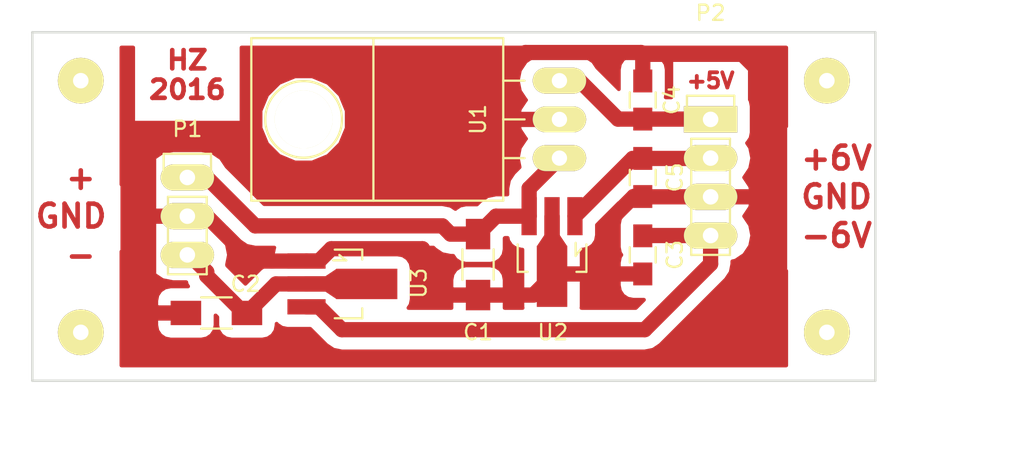
<source format=kicad_pcb>
(kicad_pcb (version 20160815) (host pcbnew "(2016-10-07 revision f14dc8f)-master")

  (general
    (links 24)
    (no_connects 0)
    (area 108.2125 47.8675 179.450001 80.215001)
    (thickness 1.6)
    (drawings 14)
    (tracks 78)
    (zones 0)
    (modules 14)
    (nets 7)
  )

  (page A4)
  (layers
    (0 F.Cu signal)
    (31 B.Cu signal)
    (32 B.Adhes user)
    (33 F.Adhes user)
    (34 B.Paste user)
    (35 F.Paste user)
    (36 B.SilkS user)
    (37 F.SilkS user)
    (38 B.Mask user)
    (39 F.Mask user hide)
    (40 Dwgs.User user)
    (41 Cmts.User user)
    (42 Eco1.User user)
    (43 Eco2.User user)
    (44 Edge.Cuts user)
    (45 Margin user)
    (46 B.CrtYd user)
    (47 F.CrtYd user)
    (48 B.Fab user)
    (49 F.Fab user)
  )

  (setup
    (last_trace_width 1)
    (trace_clearance 0.25)
    (zone_clearance 0.8)
    (zone_45_only no)
    (trace_min 0.2)
    (segment_width 0.2)
    (edge_width 0.15)
    (via_size 0.8)
    (via_drill 0.4)
    (via_min_size 0.4)
    (via_min_drill 0.3)
    (uvia_size 0.3)
    (uvia_drill 0.1)
    (uvias_allowed no)
    (uvia_min_size 0.2)
    (uvia_min_drill 0.1)
    (pcb_text_width 0.3)
    (pcb_text_size 1.5 1.5)
    (mod_edge_width 0.15)
    (mod_text_size 1 1)
    (mod_text_width 0.15)
    (pad_size 3 3)
    (pad_drill 1.016)
    (pad_to_mask_clearance 0.2)
    (aux_axis_origin 0 0)
    (visible_elements FFFFFF7F)
    (pcbplotparams
      (layerselection 0x00000_7fffffff)
      (usegerberextensions false)
      (excludeedgelayer true)
      (linewidth 0.100000)
      (plotframeref false)
      (viasonmask false)
      (mode 1)
      (useauxorigin false)
      (hpglpennumber 1)
      (hpglpenspeed 20)
      (hpglpendiameter 15)
      (psnegative true)
      (psa4output false)
      (plotreference true)
      (plotvalue true)
      (plotinvisibletext false)
      (padsonsilk false)
      (subtractmaskfromsilk false)
      (outputformat 4)
      (mirror true)
      (drillshape 1)
      (scaleselection 1)
      (outputdirectory ""))
  )

  (net 0 "")
  (net 1 GND)
  (net 2 /-6V)
  (net 3 /+5V)
  (net 4 /+6V)
  (net 5 /+15V)
  (net 6 /-15V)

  (net_class Default "This is the default net class."
    (clearance 0.25)
    (trace_width 1)
    (via_dia 0.8)
    (via_drill 0.4)
    (uvia_dia 0.3)
    (uvia_drill 0.1)
    (diff_pair_gap 0.25)
    (diff_pair_width 0.2)
    (add_net /+15V)
    (add_net /+5V)
    (add_net /+6V)
    (add_net /-15V)
    (add_net /-6V)
    (add_net GND)
  )

  (module Pin_Headers:Pin_Header_Straight_1x01 locked (layer F.Cu) (tedit 58195AF0) (tstamp 581BDCE9)
    (at 162.56 70.485)
    (descr "Through hole pin header")
    (tags "pin header")
    (fp_text reference R (at 0 -5.1) (layer F.SilkS) hide
      (effects (font (size 1 1) (thickness 0.15)))
    )
    (fp_text value D (at 0 -3.1) (layer F.Fab) hide
      (effects (font (size 1 1) (thickness 0.15)))
    )
    (pad 1 thru_hole circle (at 0 0) (size 3 3) (drill 1.016) (layers *.Cu *.Mask F.SilkS))
    (model Pin_Headers.3dshapes/Pin_Header_Straight_1x01.wrl
      (at (xyz 0 0 0))
      (scale (xyz 1 1 1))
      (rotate (xyz 0 0 90))
    )
  )

  (module Pin_Headers:Pin_Header_Straight_1x01 locked (layer F.Cu) (tedit 58195AE6) (tstamp 581BDCE1)
    (at 162.56 53.975)
    (descr "Through hole pin header")
    (tags "pin header")
    (fp_text reference R (at 0 -5.1) (layer F.SilkS) hide
      (effects (font (size 1 1) (thickness 0.15)))
    )
    (fp_text value D (at 0 -3.1) (layer F.Fab) hide
      (effects (font (size 1 1) (thickness 0.15)))
    )
    (pad 1 thru_hole circle (at 0 0) (size 3 3) (drill 1.016) (layers *.Cu *.Mask F.SilkS))
    (model Pin_Headers.3dshapes/Pin_Header_Straight_1x01.wrl
      (at (xyz 0 0 0))
      (scale (xyz 1 1 1))
      (rotate (xyz 0 0 90))
    )
  )

  (module Pin_Headers:Pin_Header_Straight_1x01 locked (layer F.Cu) (tedit 58195AD1) (tstamp 581BDCD8)
    (at 113.665 70.485)
    (descr "Through hole pin header")
    (tags "pin header")
    (fp_text reference R (at 0 -5.1) (layer F.SilkS) hide
      (effects (font (size 1 1) (thickness 0.15)))
    )
    (fp_text value D (at 0 -3.1) (layer F.Fab) hide
      (effects (font (size 1 1) (thickness 0.15)))
    )
    (pad 1 thru_hole circle (at 0 0) (size 3 3) (drill 1.016) (layers *.Cu *.Mask F.SilkS))
    (model Pin_Headers.3dshapes/Pin_Header_Straight_1x01.wrl
      (at (xyz 0 0 0))
      (scale (xyz 1 1 1))
      (rotate (xyz 0 0 90))
    )
  )

  (module Pin_Headers:Pin_Header_Straight_1x01 locked (layer F.Cu) (tedit 58195ADA) (tstamp 581BDC31)
    (at 113.665 53.975)
    (descr "Through hole pin header")
    (tags "pin header")
    (fp_text reference R (at 0 -5.1) (layer F.SilkS) hide
      (effects (font (size 1 1) (thickness 0.15)))
    )
    (fp_text value D (at 0 -3.1) (layer F.Fab) hide
      (effects (font (size 1 1) (thickness 0.15)))
    )
    (pad 1 thru_hole circle (at 0 0) (size 3 3) (drill 1.016) (layers *.Cu *.Mask F.SilkS))
    (model Pin_Headers.3dshapes/Pin_Header_Straight_1x01.wrl
      (at (xyz 0 0 0))
      (scale (xyz 1 1 1))
      (rotate (xyz 0 0 90))
    )
  )

  (module Capacitors_SMD:C_1206_HandSoldering (layer F.Cu) (tedit 5819579A) (tstamp 5819C585)
    (at 139.7 66.04 270)
    (descr "Capacitor SMD 1206, hand soldering")
    (tags "capacitor 1206")
    (path /58182486)
    (attr smd)
    (fp_text reference C1 (at 4.445 0) (layer F.SilkS)
      (effects (font (size 1 1) (thickness 0.15)))
    )
    (fp_text value 10u (at 0 2.3 270) (layer F.Fab)
      (effects (font (size 1 1) (thickness 0.15)))
    )
    (fp_line (start -3.3 -1.15) (end 3.3 -1.15) (layer F.CrtYd) (width 0.05))
    (fp_line (start -3.3 1.15) (end 3.3 1.15) (layer F.CrtYd) (width 0.05))
    (fp_line (start -3.3 -1.15) (end -3.3 1.15) (layer F.CrtYd) (width 0.05))
    (fp_line (start 3.3 -1.15) (end 3.3 1.15) (layer F.CrtYd) (width 0.05))
    (fp_line (start 1 -1.025) (end -1 -1.025) (layer F.SilkS) (width 0.15))
    (fp_line (start -1 1.025) (end 1 1.025) (layer F.SilkS) (width 0.15))
    (pad 2 smd rect (at 2 0 270) (size 2 1.6) (layers F.Cu F.Paste F.Mask)
      (net 1 GND))
    (pad 1 smd rect (at -2 0 270) (size 2 1.6) (layers F.Cu F.Paste F.Mask)
      (net 5 /+15V))
    (model Capacitors_SMD.3dshapes/C_1206_HandSoldering.wrl
      (at (xyz 0 0 0))
      (scale (xyz 1 1 1))
      (rotate (xyz 0 0 0))
    )
  )

  (module Capacitors_SMD:C_1206_HandSoldering (layer F.Cu) (tedit 5819579A) (tstamp 5819C591)
    (at 122.555 69.215 180)
    (descr "Capacitor SMD 1206, hand soldering")
    (tags "capacitor 1206")
    (path /581825EB)
    (attr smd)
    (fp_text reference C2 (at -1.905 1.905 180) (layer F.SilkS)
      (effects (font (size 1 1) (thickness 0.15)))
    )
    (fp_text value 10u (at 0 2.3 180) (layer F.Fab)
      (effects (font (size 1 1) (thickness 0.15)))
    )
    (fp_line (start -1 1.025) (end 1 1.025) (layer F.SilkS) (width 0.15))
    (fp_line (start 1 -1.025) (end -1 -1.025) (layer F.SilkS) (width 0.15))
    (fp_line (start 3.3 -1.15) (end 3.3 1.15) (layer F.CrtYd) (width 0.05))
    (fp_line (start -3.3 -1.15) (end -3.3 1.15) (layer F.CrtYd) (width 0.05))
    (fp_line (start -3.3 1.15) (end 3.3 1.15) (layer F.CrtYd) (width 0.05))
    (fp_line (start -3.3 -1.15) (end 3.3 -1.15) (layer F.CrtYd) (width 0.05))
    (pad 1 smd rect (at -2 0 180) (size 2 1.6) (layers F.Cu F.Paste F.Mask)
      (net 6 /-15V))
    (pad 2 smd rect (at 2 0 180) (size 2 1.6) (layers F.Cu F.Paste F.Mask)
      (net 1 GND))
    (model Capacitors_SMD.3dshapes/C_1206_HandSoldering.wrl
      (at (xyz 0 0 0))
      (scale (xyz 1 1 1))
      (rotate (xyz 0 0 0))
    )
  )

  (module Capacitors_SMD:C_0805_HandSoldering (layer F.Cu) (tedit 5819579A) (tstamp 5819C59D)
    (at 150.495 65.405 270)
    (descr "Capacitor SMD 0805, hand soldering")
    (tags "capacitor 0805")
    (path /58182A0E)
    (attr smd)
    (fp_text reference C3 (at 0 -2.1 270) (layer F.SilkS)
      (effects (font (size 1 1) (thickness 0.15)))
    )
    (fp_text value 100n (at 0 2.1 270) (layer F.Fab)
      (effects (font (size 1 1) (thickness 0.15)))
    )
    (fp_line (start -2.3 -1) (end 2.3 -1) (layer F.CrtYd) (width 0.05))
    (fp_line (start -2.3 1) (end 2.3 1) (layer F.CrtYd) (width 0.05))
    (fp_line (start -2.3 -1) (end -2.3 1) (layer F.CrtYd) (width 0.05))
    (fp_line (start 2.3 -1) (end 2.3 1) (layer F.CrtYd) (width 0.05))
    (fp_line (start 0.5 -0.85) (end -0.5 -0.85) (layer F.SilkS) (width 0.15))
    (fp_line (start -0.5 0.85) (end 0.5 0.85) (layer F.SilkS) (width 0.15))
    (pad 2 smd rect (at 1.25 0 270) (size 1.5 1.25) (layers F.Cu F.Paste F.Mask)
      (net 1 GND))
    (pad 1 smd rect (at -1.25 0 270) (size 1.5 1.25) (layers F.Cu F.Paste F.Mask)
      (net 2 /-6V))
    (model Capacitors_SMD.3dshapes/C_0805_HandSoldering.wrl
      (at (xyz 0 0 0))
      (scale (xyz 1 1 1))
      (rotate (xyz 0 0 0))
    )
  )

  (module Capacitors_SMD:C_0805_HandSoldering (layer F.Cu) (tedit 5819579A) (tstamp 5819C5A9)
    (at 150.495 55.245 90)
    (descr "Capacitor SMD 0805, hand soldering")
    (tags "capacitor 0805")
    (path /5818283B)
    (attr smd)
    (fp_text reference C4 (at 0 1.905 90) (layer F.SilkS)
      (effects (font (size 1 1) (thickness 0.15)))
    )
    (fp_text value 100n (at 0 -1.905 90) (layer F.Fab)
      (effects (font (size 1 1) (thickness 0.15)))
    )
    (fp_line (start -2.3 -1) (end 2.3 -1) (layer F.CrtYd) (width 0.05))
    (fp_line (start -2.3 1) (end 2.3 1) (layer F.CrtYd) (width 0.05))
    (fp_line (start -2.3 -1) (end -2.3 1) (layer F.CrtYd) (width 0.05))
    (fp_line (start 2.3 -1) (end 2.3 1) (layer F.CrtYd) (width 0.05))
    (fp_line (start 0.5 -0.85) (end -0.5 -0.85) (layer F.SilkS) (width 0.15))
    (fp_line (start -0.5 0.85) (end 0.5 0.85) (layer F.SilkS) (width 0.15))
    (pad 2 smd rect (at 1.25 0 90) (size 1.5 1.25) (layers F.Cu F.Paste F.Mask)
      (net 1 GND))
    (pad 1 smd rect (at -1.25 0 90) (size 1.5 1.25) (layers F.Cu F.Paste F.Mask)
      (net 3 /+5V))
    (model Capacitors_SMD.3dshapes/C_0805_HandSoldering.wrl
      (at (xyz 0 0 0))
      (scale (xyz 1 1 1))
      (rotate (xyz 0 0 0))
    )
  )

  (module Capacitors_SMD:C_0805_HandSoldering (layer F.Cu) (tedit 5819579A) (tstamp 5819C5B5)
    (at 150.495 60.325 270)
    (descr "Capacitor SMD 0805, hand soldering")
    (tags "capacitor 0805")
    (path /581829A1)
    (attr smd)
    (fp_text reference C5 (at 0 -2.1 270) (layer F.SilkS)
      (effects (font (size 1 1) (thickness 0.15)))
    )
    (fp_text value 100n (at 0 2.1 270) (layer F.Fab)
      (effects (font (size 1 1) (thickness 0.15)))
    )
    (fp_line (start -0.5 0.85) (end 0.5 0.85) (layer F.SilkS) (width 0.15))
    (fp_line (start 0.5 -0.85) (end -0.5 -0.85) (layer F.SilkS) (width 0.15))
    (fp_line (start 2.3 -1) (end 2.3 1) (layer F.CrtYd) (width 0.05))
    (fp_line (start -2.3 -1) (end -2.3 1) (layer F.CrtYd) (width 0.05))
    (fp_line (start -2.3 1) (end 2.3 1) (layer F.CrtYd) (width 0.05))
    (fp_line (start -2.3 -1) (end 2.3 -1) (layer F.CrtYd) (width 0.05))
    (pad 1 smd rect (at -1.25 0 270) (size 1.5 1.25) (layers F.Cu F.Paste F.Mask)
      (net 4 /+6V))
    (pad 2 smd rect (at 1.25 0 270) (size 1.5 1.25) (layers F.Cu F.Paste F.Mask)
      (net 1 GND))
    (model Capacitors_SMD.3dshapes/C_0805_HandSoldering.wrl
      (at (xyz 0 0 0))
      (scale (xyz 1 1 1))
      (rotate (xyz 0 0 0))
    )
  )

  (module Pin_Headers:Pin_Header_Straight_1x03 (layer F.Cu) (tedit 5819579A) (tstamp 5819C5C7)
    (at 120.65 60.325)
    (descr "Through hole pin header")
    (tags "pin header")
    (path /58181C96)
    (fp_text reference P1 (at 0 -3.175) (layer F.SilkS)
      (effects (font (size 1 1) (thickness 0.15)))
    )
    (fp_text value CONN_01X03 (at -11.43 0.635 90) (layer F.Fab)
      (effects (font (size 1 1) (thickness 0.15)))
    )
    (fp_line (start -1.75 -1.75) (end -1.75 6.85) (layer F.CrtYd) (width 0.05))
    (fp_line (start 1.75 -1.75) (end 1.75 6.85) (layer F.CrtYd) (width 0.05))
    (fp_line (start -1.75 -1.75) (end 1.75 -1.75) (layer F.CrtYd) (width 0.05))
    (fp_line (start -1.75 6.85) (end 1.75 6.85) (layer F.CrtYd) (width 0.05))
    (fp_line (start -1.27 1.27) (end -1.27 6.35) (layer F.SilkS) (width 0.15))
    (fp_line (start -1.27 6.35) (end 1.27 6.35) (layer F.SilkS) (width 0.15))
    (fp_line (start 1.27 6.35) (end 1.27 1.27) (layer F.SilkS) (width 0.15))
    (fp_line (start 1.55 -1.55) (end 1.55 0) (layer F.SilkS) (width 0.15))
    (fp_line (start 1.27 1.27) (end -1.27 1.27) (layer F.SilkS) (width 0.15))
    (fp_line (start -1.55 0) (end -1.55 -1.55) (layer F.SilkS) (width 0.15))
    (fp_line (start -1.55 -1.55) (end 1.55 -1.55) (layer F.SilkS) (width 0.15))
    (pad 3 thru_hole oval (at 0 5.08) (size 3.5 1.7272) (drill 1.016) (layers *.Cu *.Mask F.SilkS)
      (net 6 /-15V))
    (pad 2 thru_hole oval (at 0 2.54) (size 3.5 1.7272) (drill 1.016) (layers *.Cu *.Mask F.SilkS)
      (net 1 GND))
    (pad 1 thru_hole oval (at 0 0) (size 3.5 1.7272) (drill 1.016) (layers *.Cu *.Mask F.SilkS)
      (net 5 /+15V))
    (model Pin_Headers.3dshapes/Pin_Header_Straight_1x03.wrl
      (at (xyz 0 -0.1 0))
      (scale (xyz 1 1 1))
      (rotate (xyz 0 0 90))
    )
  )

  (module Pin_Headers:Pin_Header_Straight_1x04 (layer F.Cu) (tedit 5819579A) (tstamp 5819C5DA)
    (at 154.94 56.515)
    (descr "Through hole pin header")
    (tags "pin header")
    (path /58181D0A)
    (fp_text reference P2 (at 0 -6.985) (layer F.SilkS)
      (effects (font (size 1 1) (thickness 0.15)))
    )
    (fp_text value CONN_01X04 (at 12.065 1.905 90) (layer F.Fab)
      (effects (font (size 1 1) (thickness 0.15)))
    )
    (fp_line (start -1.75 -1.75) (end -1.75 9.4) (layer F.CrtYd) (width 0.05))
    (fp_line (start 1.75 -1.75) (end 1.75 9.4) (layer F.CrtYd) (width 0.05))
    (fp_line (start -1.75 -1.75) (end 1.75 -1.75) (layer F.CrtYd) (width 0.05))
    (fp_line (start -1.75 9.4) (end 1.75 9.4) (layer F.CrtYd) (width 0.05))
    (fp_line (start -1.27 1.27) (end -1.27 8.89) (layer F.SilkS) (width 0.15))
    (fp_line (start 1.27 1.27) (end 1.27 8.89) (layer F.SilkS) (width 0.15))
    (fp_line (start 1.55 -1.55) (end 1.55 0) (layer F.SilkS) (width 0.15))
    (fp_line (start -1.27 8.89) (end 1.27 8.89) (layer F.SilkS) (width 0.15))
    (fp_line (start 1.27 1.27) (end -1.27 1.27) (layer F.SilkS) (width 0.15))
    (fp_line (start -1.55 0) (end -1.55 -1.55) (layer F.SilkS) (width 0.15))
    (fp_line (start -1.55 -1.55) (end 1.55 -1.55) (layer F.SilkS) (width 0.15))
    (pad 4 thru_hole oval (at 0 7.62) (size 3.5 1.7272) (drill 1.016) (layers *.Cu *.Mask F.SilkS)
      (net 2 /-6V))
    (pad 3 thru_hole oval (at 0 5.08) (size 3.5 1.7272) (drill 1.016) (layers *.Cu *.Mask F.SilkS)
      (net 1 GND))
    (pad 2 thru_hole oval (at 0 2.54) (size 3.5 1.7272) (drill 1.016) (layers *.Cu *.Mask F.SilkS)
      (net 4 /+6V))
    (pad 1 thru_hole rect (at 0 0) (size 3.5 1.7272) (drill 1.016) (layers *.Cu *.Mask F.SilkS)
      (net 3 /+5V))
    (model Pin_Headers.3dshapes/Pin_Header_Straight_1x04.wrl
      (at (xyz 0 -0.15 0))
      (scale (xyz 1 1 1))
      (rotate (xyz 0 0 90))
    )
  )

  (module TO_SOT_Packages_SMD:SOT89-3_Housing_Handsoldering (layer F.Cu) (tedit 5819579A) (tstamp 5819C60E)
    (at 130.81 67.31 270)
    (descr "SOT89-3, Housing, Handsoldering,")
    (tags "SOT89-3, Housing, Handsoldering,")
    (path /5818204B)
    (attr smd)
    (fp_text reference U3 (at -0.0508 -5.00126 270) (layer F.SilkS)
      (effects (font (size 1 1) (thickness 0.15)))
    )
    (fp_text value 79L06 (at 7.62 0.635) (layer F.Fab)
      (effects (font (size 1 1) (thickness 0.15)))
    )
    (fp_line (start -1.89992 0.20066) (end -1.651 -0.09906) (layer F.SilkS) (width 0.15))
    (fp_line (start -1.651 -0.09906) (end -1.5494 -0.24892) (layer F.SilkS) (width 0.15))
    (fp_line (start -1.5494 -0.24892) (end -1.5494 0.59944) (layer F.SilkS) (width 0.15))
    (fp_line (start -2.25044 -1.30048) (end -2.25044 0.50038) (layer F.SilkS) (width 0.15))
    (fp_line (start -2.25044 -1.30048) (end -1.6002 -1.30048) (layer F.SilkS) (width 0.15))
    (fp_line (start 2.25044 -1.30048) (end 2.25044 0.50038) (layer F.SilkS) (width 0.15))
    (fp_line (start 2.25044 -1.30048) (end 1.6002 -1.30048) (layer F.SilkS) (width 0.15))
    (pad 2 smd trapezoid (at 0 0.7493 90) (size 1.50114 0.7493) (rect_delta 0 0.50038 ) (layers F.Cu F.Paste F.Mask)
      (net 6 /-15V))
    (pad 2 smd rect (at 0 -1.6002 270) (size 1.99898 4.0005) (layers F.Cu F.Paste F.Mask)
      (net 6 /-15V))
    (pad 3 smd rect (at 1.50114 2.35204 270) (size 1.00076 2.5019) (layers F.Cu F.Paste F.Mask)
      (net 2 /-6V))
    (pad 2 smd rect (at 0 2.35204 270) (size 1.00076 2.5019) (layers F.Cu F.Paste F.Mask)
      (net 6 /-15V))
    (pad 1 smd rect (at -1.50114 2.35204 270) (size 1.00076 2.5019) (layers F.Cu F.Paste F.Mask)
      (net 1 GND))
    (model TO_SOT_Packages_SMD.3dshapes/SOT89-3_Housing_Handsoldering.wrl
      (at (xyz 0 0 0))
      (scale (xyz 0.3937 0.3937 0.3937))
      (rotate (xyz 0 0 0))
    )
  )

  (module TO_SOT_Packages_THT:TO-220_Neutral123_Horizontal_LargePads (layer F.Cu) (tedit 5819579A) (tstamp 581A2F6E)
    (at 145.034 56.515 90)
    (descr "TO-220, Neutral, Horizontal, Large Pads,")
    (tags "TO-220, Neutral, Horizontal, Large Pads,")
    (path /58182EC0)
    (fp_text reference U1 (at 0 -5.334 90) (layer F.SilkS)
      (effects (font (size 1 1) (thickness 0.15)))
    )
    (fp_text value 7805 (at 0 -7.239 90) (layer F.Fab)
      (effects (font (size 1 1) (thickness 0.15)))
    )
    (fp_line (start -2.54 -3.683) (end -2.54 -2.286) (layer F.SilkS) (width 0.15))
    (fp_line (start 0 -3.683) (end 0 -2.286) (layer F.SilkS) (width 0.15))
    (fp_line (start 2.54 -3.683) (end 2.54 -2.286) (layer F.SilkS) (width 0.15))
    (fp_circle (center 0 -16.764) (end 1.778 -14.986) (layer F.SilkS) (width 0.15))
    (fp_line (start 5.334 -12.192) (end 5.334 -20.193) (layer F.SilkS) (width 0.15))
    (fp_line (start 5.334 -20.193) (end -5.334 -20.193) (layer F.SilkS) (width 0.15))
    (fp_line (start -5.334 -20.193) (end -5.334 -12.192) (layer F.SilkS) (width 0.15))
    (fp_line (start 5.334 -3.683) (end 5.334 -12.192) (layer F.SilkS) (width 0.15))
    (fp_line (start 5.334 -12.192) (end -5.334 -12.192) (layer F.SilkS) (width 0.15))
    (fp_line (start -5.334 -12.192) (end -5.334 -3.683) (layer F.SilkS) (width 0.15))
    (fp_line (start 0 -3.683) (end -5.334 -3.683) (layer F.SilkS) (width 0.15))
    (fp_line (start 0 -3.683) (end 5.334 -3.683) (layer F.SilkS) (width 0.15))
    (pad "" np_thru_hole circle (at 0 -16.764 180) (size 3.79984 3.79984) (drill 3.79984) (layers *.Cu *.Mask F.SilkS))
    (pad 3 thru_hole oval (at 2.54 0 180) (size 3.50012 1.69926) (drill 1.00076) (layers *.Cu *.Mask F.SilkS)
      (net 3 /+5V))
    (pad 1 thru_hole oval (at -2.54 0 180) (size 3.50012 1.69926) (drill 1.00076) (layers *.Cu *.Mask F.SilkS)
      (net 5 /+15V))
    (pad 2 thru_hole oval (at 0 0 180) (size 3.50012 1.69926) (drill 1.00076) (layers *.Cu *.Mask F.SilkS)
      (net 1 GND))
    (model TO_SOT_Packages_THT.3dshapes/TO-220_Neutral123_Horizontal_LargePads.wrl
      (at (xyz 0 0 0))
      (scale (xyz 0.3937 0.3937 0.3937))
      (rotate (xyz 0 0 0))
    )
  )

  (module TO_SOT_Packages_SMD:SOT89-3_Housing_Handsoldering (layer F.Cu) (tedit 5819579A) (tstamp 581A2F81)
    (at 144.54886 65.21704 180)
    (descr "SOT89-3, Housing, Handsoldering,")
    (tags "SOT89-3, Housing, Handsoldering,")
    (path /58182120)
    (attr smd)
    (fp_text reference U2 (at -0.0508 -5.26796 180) (layer F.SilkS)
      (effects (font (size 1 1) (thickness 0.15)))
    )
    (fp_text value 78L06 (at -0.14986 -9.71296 180) (layer F.Fab)
      (effects (font (size 1 1) (thickness 0.15)))
    )
    (fp_line (start -1.89992 0.20066) (end -1.651 -0.09906) (layer F.SilkS) (width 0.15))
    (fp_line (start -1.651 -0.09906) (end -1.5494 -0.24892) (layer F.SilkS) (width 0.15))
    (fp_line (start -1.5494 -0.24892) (end -1.5494 0.59944) (layer F.SilkS) (width 0.15))
    (fp_line (start -2.25044 -1.30048) (end -2.25044 0.50038) (layer F.SilkS) (width 0.15))
    (fp_line (start -2.25044 -1.30048) (end -1.6002 -1.30048) (layer F.SilkS) (width 0.15))
    (fp_line (start 2.25044 -1.30048) (end 2.25044 0.50038) (layer F.SilkS) (width 0.15))
    (fp_line (start 2.25044 -1.30048) (end 1.6002 -1.30048) (layer F.SilkS) (width 0.15))
    (pad 2 smd trapezoid (at 0 0.7493) (size 1.50114 0.7493) (rect_delta 0 0.50038 ) (layers F.Cu F.Paste F.Mask)
      (net 1 GND))
    (pad 2 smd rect (at 0 -1.6002 180) (size 1.99898 4.0005) (layers F.Cu F.Paste F.Mask)
      (net 1 GND))
    (pad 3 smd rect (at 1.50114 2.35204 180) (size 1.00076 2.5019) (layers F.Cu F.Paste F.Mask)
      (net 5 /+15V))
    (pad 2 smd rect (at 0 2.35204 180) (size 1.00076 2.5019) (layers F.Cu F.Paste F.Mask)
      (net 1 GND))
    (pad 1 smd rect (at -1.50114 2.35204 180) (size 1.00076 2.5019) (layers F.Cu F.Paste F.Mask)
      (net 4 /+6V))
    (model TO_SOT_Packages_SMD.3dshapes/SOT89-3_Housing_Handsoldering.wrl
      (at (xyz 0 0 0))
      (scale (xyz 0.3937 0.3937 0.3937))
      (rotate (xyz 0 0 0))
    )
  )

  (gr_text - (at 113.665 65.405) (layer F.Cu) (tstamp 581BDDB0)
    (effects (font (size 1.5 1.5) (thickness 0.3)))
  )
  (gr_text + (at 113.665 60.325) (layer F.Cu) (tstamp 581BDDAF)
    (effects (font (size 1.5 1.5) (thickness 0.3)))
  )
  (gr_text GND (at 113.03 62.865) (layer F.Cu) (tstamp 581BDDAE)
    (effects (font (size 1.5 1.5) (thickness 0.3)))
  )
  (gr_text -6V (at 163.195 64.135) (layer F.Cu) (tstamp 581BDDA1)
    (effects (font (size 1.5 1.5) (thickness 0.3)))
  )
  (gr_text GND (at 163.195 61.595) (layer F.Cu) (tstamp 581BDDA0)
    (effects (font (size 1.5 1.5) (thickness 0.3)))
  )
  (gr_text +6V (at 163.195 59.055) (layer F.Cu) (tstamp 581BDD9F)
    (effects (font (size 1.5 1.5) (thickness 0.3)))
  )
  (gr_text +5V (at 154.94 53.975) (layer F.Cu)
    (effects (font (size 1 1) (thickness 0.25)))
  )
  (gr_text "HZ\n2016" (at 120.65 53.594) (layer F.Cu)
    (effects (font (size 1.2 1.3) (thickness 0.3)))
  )
  (dimension 55.245 (width 0.3) (layer Dwgs.User)
    (gr_text "55.245 mm" (at 138.1125 78.82) (layer Dwgs.User) (tstamp 581B6FE1)
      (effects (font (size 1.5 1.5) (thickness 0.3)))
    )
    (feature1 (pts (xy 165.735 74.93) (xy 165.735 80.17)))
    (feature2 (pts (xy 110.49 74.93) (xy 110.49 80.17)))
    (crossbar (pts (xy 110.49 77.47) (xy 165.735 77.47)))
    (arrow1a (pts (xy 165.735 77.47) (xy 164.608496 78.056421)))
    (arrow1b (pts (xy 165.735 77.47) (xy 164.608496 76.883579)))
    (arrow2a (pts (xy 110.49 77.47) (xy 111.616504 78.056421)))
    (arrow2b (pts (xy 110.49 77.47) (xy 111.616504 76.883579)))
  )
  (dimension 22.86 (width 0.3) (layer Dwgs.User)
    (gr_text "22.860 mm" (at 172.8 62.23 270) (layer Dwgs.User) (tstamp 581B6FE2)
      (effects (font (size 1.5 1.5) (thickness 0.3)))
    )
    (feature1 (pts (xy 168.91 73.66) (xy 174.15 73.66)))
    (feature2 (pts (xy 168.91 50.8) (xy 174.15 50.8)))
    (crossbar (pts (xy 171.45 50.8) (xy 171.45 73.66)))
    (arrow1a (pts (xy 171.45 73.66) (xy 170.863579 72.533496)))
    (arrow1b (pts (xy 171.45 73.66) (xy 172.036421 72.533496)))
    (arrow2a (pts (xy 171.45 50.8) (xy 170.863579 51.926504)))
    (arrow2b (pts (xy 171.45 50.8) (xy 172.036421 51.926504)))
  )
  (gr_line (start 110.49 73.66) (end 110.49 50.8) (layer Edge.Cuts) (width 0.15))
  (gr_line (start 165.735 73.66) (end 110.49 73.66) (layer Edge.Cuts) (width 0.15))
  (gr_line (start 165.735 50.8) (end 165.735 73.66) (layer Edge.Cuts) (width 0.15))
  (gr_line (start 110.49 50.8) (end 165.735 50.8) (layer Edge.Cuts) (width 0.15))

  (segment (start 154.94 61.595) (end 157.69 61.595) (width 1) (layer F.Cu) (net 1))
  (segment (start 157.69 61.595) (end 158.115 61.17) (width 1) (layer F.Cu) (net 1))
  (segment (start 158.115 61.17) (end 158.115 53.34) (width 1) (layer F.Cu) (net 1))
  (segment (start 157.02 52.245) (end 150.495 52.245) (width 1) (layer F.Cu) (net 1))
  (segment (start 158.115 53.34) (end 157.02 52.245) (width 1) (layer F.Cu) (net 1))
  (segment (start 118.11 57.785) (end 118.11 62.865) (width 1) (layer F.Cu) (net 1))
  (segment (start 118.11 62.865) (end 118.11 68.77) (width 1) (layer F.Cu) (net 1))
  (segment (start 120.65 62.865) (end 118.11 62.865) (width 1) (layer F.Cu) (net 1))
  (segment (start 138.43 56.515) (end 132.561884 56.515) (width 1) (layer F.Cu) (net 1))
  (segment (start 132.561884 56.515) (end 132.561884 59.843116) (width 1) (layer F.Cu) (net 1))
  (segment (start 132.561884 59.843116) (end 132.08 60.325) (width 1) (layer F.Cu) (net 1))
  (segment (start 132.08 60.325) (end 125.73 60.325) (width 1) (layer F.Cu) (net 1))
  (segment (start 118.11 68.77) (end 118.555 69.215) (width 1) (layer F.Cu) (net 1))
  (segment (start 125.73 60.325) (end 122.596399 57.191399) (width 1) (layer F.Cu) (net 1))
  (segment (start 122.596399 57.191399) (end 118.703601 57.191399) (width 1) (layer F.Cu) (net 1))
  (segment (start 118.703601 57.191399) (end 118.11 57.785) (width 1) (layer F.Cu) (net 1))
  (segment (start 118.555 69.215) (end 120.555 69.215) (width 1) (layer F.Cu) (net 1))
  (segment (start 121.92 62.865) (end 124.86386 65.80886) (width 1) (layer F.Cu) (net 1))
  (segment (start 124.86386 65.80886) (end 126.20701 65.80886) (width 1) (layer F.Cu) (net 1))
  (segment (start 120.65 62.865) (end 121.92 62.865) (width 1) (layer F.Cu) (net 1))
  (segment (start 144.54886 62.865) (end 144.54886 64.46774) (width 1) (layer F.Cu) (net 1))
  (segment (start 144.54886 62.865) (end 144.54886 66.81724) (width 1) (layer F.Cu) (net 1))
  (segment (start 150.495 66.655) (end 147.955 66.655) (width 1) (layer F.Cu) (net 1))
  (segment (start 147.955 66.655) (end 144.7111 66.655) (width 1) (layer F.Cu) (net 1))
  (segment (start 150.495 61.575) (end 149.899998 61.575) (width 1) (layer F.Cu) (net 1))
  (segment (start 149.899998 61.575) (end 147.955 63.519998) (width 1) (layer F.Cu) (net 1))
  (segment (start 147.955 63.519998) (end 147.955 66.655) (width 1) (layer F.Cu) (net 1))
  (segment (start 144.7111 66.655) (end 144.54886 66.81724) (width 1) (layer F.Cu) (net 1))
  (segment (start 139.7 68.04) (end 143.3261 68.04) (width 1) (layer F.Cu) (net 1))
  (segment (start 143.3261 68.04) (end 144.54886 66.81724) (width 1) (layer F.Cu) (net 1))
  (segment (start 136.05905 65.00001) (end 136.05905 66.19905) (width 1) (layer F.Cu) (net 1))
  (segment (start 136.05905 66.19905) (end 137.9 68.04) (width 1) (layer F.Cu) (net 1))
  (segment (start 137.9 68.04) (end 139.7 68.04) (width 1) (layer F.Cu) (net 1))
  (segment (start 145.034 56.515) (end 138.43 56.515) (width 1) (layer F.Cu) (net 1))
  (segment (start 150.37536 52.12536) (end 142.81964 52.12536) (width 1) (layer F.Cu) (net 1))
  (segment (start 150.495 53.995) (end 150.495 52.245) (width 1) (layer F.Cu) (net 1))
  (segment (start 150.495 52.245) (end 150.37536 52.12536) (width 1) (layer F.Cu) (net 1))
  (segment (start 142.81964 52.12536) (end 138.43 56.515) (width 1) (layer F.Cu) (net 1))
  (segment (start 128.45796 65.80886) (end 129.27258 65.80886) (width 1) (layer F.Cu) (net 1))
  (segment (start 129.27258 65.80886) (end 130.08143 65.00001) (width 1) (layer F.Cu) (net 1))
  (segment (start 130.08143 65.00001) (end 136.05905 65.00001) (width 1) (layer F.Cu) (net 1))
  (segment (start 154.94 61.595) (end 150.515 61.595) (width 1) (layer F.Cu) (net 1))
  (segment (start 150.515 61.595) (end 150.495 61.575) (width 1) (layer F.Cu) (net 1))
  (segment (start 126.20701 65.80886) (end 128.45796 65.80886) (width 1) (layer F.Cu) (net 1))
  (segment (start 154.94 64.135) (end 150.515 64.135) (width 1) (layer F.Cu) (net 2))
  (segment (start 150.515 64.135) (end 150.495 64.155) (width 1) (layer F.Cu) (net 2))
  (segment (start 128.45796 68.81114) (end 129.27258 68.81114) (width 1) (layer F.Cu) (net 2))
  (segment (start 129.27258 68.81114) (end 130.772961 70.311521) (width 1) (layer F.Cu) (net 2))
  (segment (start 130.772961 70.311521) (end 150.627079 70.311521) (width 1) (layer F.Cu) (net 2))
  (segment (start 150.627079 70.311521) (end 154.94 65.9986) (width 1) (layer F.Cu) (net 2))
  (segment (start 154.94 65.9986) (end 154.94 64.135) (width 1) (layer F.Cu) (net 2))
  (segment (start 150.495 56.495) (end 154.92 56.495) (width 1) (layer F.Cu) (net 3))
  (segment (start 154.92 56.495) (end 154.94 56.515) (width 1) (layer F.Cu) (net 3))
  (segment (start 145.034 53.975) (end 146.35 53.975) (width 1) (layer F.Cu) (net 3))
  (segment (start 146.35 53.975) (end 148.87 56.495) (width 1) (layer F.Cu) (net 3))
  (segment (start 148.87 56.495) (end 150.495 56.495) (width 1) (layer F.Cu) (net 3))
  (segment (start 150.495 59.075) (end 149.84 59.075) (width 1) (layer F.Cu) (net 4))
  (segment (start 149.84 59.075) (end 146.05 62.865) (width 1) (layer F.Cu) (net 4))
  (segment (start 150.495 59.075) (end 154.92 59.075) (width 1) (layer F.Cu) (net 4))
  (segment (start 154.92 59.075) (end 154.94 59.055) (width 1) (layer F.Cu) (net 4))
  (segment (start 125.095 63.5) (end 121.92 60.325) (width 1) (layer F.Cu) (net 5))
  (segment (start 120.65 60.325) (end 121.92 60.325) (width 1) (layer F.Cu) (net 5))
  (segment (start 125.095 63.5) (end 137.36 63.5) (width 1) (layer F.Cu) (net 5))
  (segment (start 137.36 63.5) (end 137.9 64.04) (width 1) (layer F.Cu) (net 5))
  (segment (start 137.9 64.04) (end 139.7 64.04) (width 1) (layer F.Cu) (net 5))
  (segment (start 143.04772 62.865) (end 140.875 62.865) (width 1) (layer F.Cu) (net 5))
  (segment (start 140.875 62.865) (end 139.7 64.04) (width 1) (layer F.Cu) (net 5))
  (segment (start 145.034 59.055) (end 143.04772 61.04128) (width 1) (layer F.Cu) (net 5))
  (segment (start 143.04772 61.04128) (end 143.04772 62.865) (width 1) (layer F.Cu) (net 5))
  (segment (start 124.555 69.215) (end 126.46 67.31) (width 1) (layer F.Cu) (net 6))
  (segment (start 126.46 67.31) (end 128.45796 67.31) (width 1) (layer F.Cu) (net 6))
  (segment (start 121.92 66.5226) (end 121.92 66.78) (width 1) (layer F.Cu) (net 6))
  (segment (start 121.92 66.78) (end 124.355 69.215) (width 1) (layer F.Cu) (net 6))
  (segment (start 124.355 69.215) (end 124.555 69.215) (width 1) (layer F.Cu) (net 6))
  (segment (start 120.65 65.405) (end 120.8024 65.405) (width 1) (layer F.Cu) (net 6))
  (segment (start 120.8024 65.405) (end 121.92 66.5226) (width 1) (layer F.Cu) (net 6))
  (segment (start 128.45796 67.31) (end 130.0607 67.31) (width 1) (layer F.Cu) (net 6))
  (segment (start 132.4102 67.31) (end 128.45796 67.31) (width 1) (layer F.Cu) (net 6))

  (zone (net 1) (net_name GND) (layer F.Cu) (tstamp 0) (hatch edge 0.508)
    (connect_pads no (clearance 0.8))
    (min_thickness 0.254)
    (fill yes (arc_segments 16) (thermal_gap 0.508) (thermal_bridge_width 0.508))
    (polygon
      (pts
        (xy 116.205 50.8) (xy 160.02 50.8) (xy 160.02 73.66) (xy 116.205 73.66)
      )
    )
    (filled_polygon
      (pts
        (xy 117.09681 56.732) (xy 124.203191 56.732) (xy 124.203191 51.802) (xy 159.893 51.802) (xy 159.893 56.973)
        (xy 159.832286 56.973) (xy 159.832286 66.457) (xy 159.893 66.457) (xy 159.893 72.658) (xy 116.332 72.658)
        (xy 116.332 65.187) (xy 116.392715 65.187) (xy 116.392715 60.783) (xy 116.332 60.783) (xy 116.332 60.325)
        (xy 117.920554 60.325) (xy 118.056855 61.010233) (xy 118.445009 61.591145) (xy 118.450778 61.595) (xy 118.445009 61.598855)
        (xy 118.056855 62.179767) (xy 117.920554 62.865) (xy 118.056855 63.550233) (xy 118.445009 64.131145) (xy 118.450778 64.135)
        (xy 118.445009 64.138855) (xy 118.056855 64.719767) (xy 117.920554 65.405) (xy 118.056855 66.090233) (xy 118.445009 66.671145)
        (xy 119.025921 67.059299) (xy 119.711154 67.1956) (xy 120.574918 67.1956) (xy 120.575855 67.196537) (xy 120.601624 67.326089)
        (xy 120.697675 67.469839) (xy 119.555 67.469839) (xy 119.193303 67.541785) (xy 118.88667 67.74667) (xy 118.681785 68.053303)
        (xy 118.609839 68.415) (xy 118.609839 70.015) (xy 118.681785 70.376697) (xy 118.88667 70.68333) (xy 119.193303 70.888215)
        (xy 119.555 70.960161) (xy 121.555 70.960161) (xy 121.916697 70.888215) (xy 122.22333 70.68333) (xy 122.428215 70.376697)
        (xy 122.500161 70.015) (xy 122.500161 69.378243) (xy 122.609839 69.487921) (xy 122.609839 70.015) (xy 122.681785 70.376697)
        (xy 122.88667 70.68333) (xy 123.193303 70.888215) (xy 123.555 70.960161) (xy 125.555 70.960161) (xy 125.916697 70.888215)
        (xy 126.22333 70.68333) (xy 126.428215 70.376697) (xy 126.500161 70.015) (xy 126.500161 69.922202) (xy 126.53868 69.97985)
        (xy 126.845313 70.184735) (xy 127.20701 70.256681) (xy 128.700039 70.256681) (xy 129.76392 71.320562) (xy 130.226872 71.629897)
        (xy 130.772961 71.738521) (xy 150.627079 71.738521) (xy 151.173168 71.629897) (xy 151.63612 71.320562) (xy 155.949041 67.007642)
        (xy 156.258376 66.54469) (xy 156.277624 66.447923) (xy 156.367 65.9986) (xy 156.367 65.8285) (xy 156.564079 65.789299)
        (xy 157.144991 65.401145) (xy 157.533145 64.820233) (xy 157.669446 64.135) (xy 157.533145 63.449767) (xy 157.144991 62.868855)
        (xy 157.139222 62.865) (xy 157.144991 62.861145) (xy 157.533145 62.280233) (xy 157.669446 61.595) (xy 157.533145 60.909767)
        (xy 157.144991 60.328855) (xy 157.139222 60.325) (xy 157.144991 60.321145) (xy 157.533145 59.740233) (xy 157.669446 59.055)
        (xy 157.533145 58.369767) (xy 157.330055 58.065823) (xy 157.35833 58.04693) (xy 157.563215 57.740297) (xy 157.635161 57.3786)
        (xy 157.635161 55.6514) (xy 157.563215 55.289703) (xy 157.51581 55.218756) (xy 157.51581 52.2655) (xy 152.364191 52.2655)
        (xy 152.364191 55.068) (xy 152.000912 55.068) (xy 152.065161 54.745) (xy 152.065161 53.245) (xy 151.993215 52.883303)
        (xy 151.78833 52.57667) (xy 151.481697 52.371785) (xy 151.12 52.299839) (xy 149.87 52.299839) (xy 149.508303 52.371785)
        (xy 149.20167 52.57667) (xy 148.996785 52.883303) (xy 148.924839 53.245) (xy 148.924839 54.531756) (xy 147.507598 53.114515)
        (xy 147.243144 52.718733) (xy 146.666764 52.333608) (xy 145.986877 52.19837) (xy 144.081123 52.19837) (xy 143.401236 52.333608)
        (xy 142.824856 52.718733) (xy 142.439731 53.295113) (xy 142.304493 53.975) (xy 142.439731 54.654887) (xy 142.824856 55.231267)
        (xy 142.845409 55.245) (xy 142.824856 55.258733) (xy 142.439731 55.835113) (xy 142.304493 56.515) (xy 142.439731 57.194887)
        (xy 142.824856 57.771267) (xy 142.845409 57.785) (xy 142.824856 57.798733) (xy 142.439731 58.375113) (xy 142.304493 59.055)
        (xy 142.422526 59.648392) (xy 142.038679 60.032239) (xy 141.729344 60.495191) (xy 141.62072 61.04128) (xy 141.62072 61.438)
        (xy 140.875 61.438) (xy 140.328911 61.546624) (xy 139.865959 61.855959) (xy 139.627079 62.094839) (xy 138.9 62.094839)
        (xy 138.538303 62.166785) (xy 138.23167 62.37167) (xy 138.218966 62.390682) (xy 137.906089 62.181624) (xy 137.831488 62.166785)
        (xy 137.36 62.073) (xy 125.686082 62.073) (xy 123.223604 59.610522) (xy 122.854991 59.058855) (xy 122.274079 58.670701)
        (xy 121.588846 58.5344) (xy 119.711154 58.5344) (xy 119.025921 58.670701) (xy 118.445009 59.058855) (xy 118.056855 59.639767)
        (xy 117.920554 60.325) (xy 116.332 60.325) (xy 116.332 57.074842) (xy 125.44259 57.074842) (xy 125.872056 58.11423)
        (xy 126.666587 58.910149) (xy 127.705224 59.341429) (xy 128.829842 59.34241) (xy 129.86923 58.912944) (xy 130.665149 58.118413)
        (xy 131.096429 57.079776) (xy 131.09741 55.955158) (xy 130.667944 54.91577) (xy 129.873413 54.119851) (xy 128.834776 53.688571)
        (xy 127.710158 53.68759) (xy 126.67077 54.117056) (xy 125.874851 54.911587) (xy 125.443571 55.950224) (xy 125.44259 57.074842)
        (xy 116.332 57.074842) (xy 116.332 51.802) (xy 117.09681 51.802)
      )
    )
    (filled_polygon
      (pts
        (xy 148.924839 62.325) (xy 148.996785 62.686697) (xy 149.115923 62.865) (xy 148.996785 63.043303) (xy 148.924839 63.405)
        (xy 148.924839 64.905) (xy 148.996785 65.266697) (xy 149.089196 65.405) (xy 148.996785 65.543303) (xy 148.924839 65.905)
        (xy 148.924839 67.405) (xy 148.996785 67.766697) (xy 149.20167 68.07333) (xy 149.508303 68.278215) (xy 149.87 68.350161)
        (xy 150.570357 68.350161) (xy 150.035997 68.884521) (xy 146.480178 68.884521) (xy 146.493511 68.81749) (xy 146.493511 65.061111)
        (xy 146.55038 65.061111) (xy 146.912077 64.989165) (xy 147.21871 64.78428) (xy 147.423595 64.477647) (xy 147.495541 64.11595)
        (xy 147.495541 63.437541) (xy 148.924839 62.008243)
      )
    )
    (filled_polygon
      (pts
        (xy 141.674125 64.477647) (xy 141.87901 64.78428) (xy 142.185643 64.989165) (xy 142.54734 65.061111) (xy 142.604209 65.061111)
        (xy 142.604209 68.81749) (xy 142.617542 68.884521) (xy 141.445161 68.884521) (xy 141.445161 67.04) (xy 141.373215 66.678303)
        (xy 141.16833 66.37167) (xy 140.861697 66.166785) (xy 140.5 66.094839) (xy 138.9 66.094839) (xy 138.538303 66.166785)
        (xy 138.23167 66.37167) (xy 138.026785 66.678303) (xy 137.954839 67.04) (xy 137.954839 68.884521) (xy 135.14112 68.884521)
        (xy 135.283665 68.671187) (xy 135.355611 68.30949) (xy 135.355611 66.31051) (xy 135.283665 65.948813) (xy 135.07878 65.64218)
        (xy 134.772147 65.437295) (xy 134.41045 65.365349) (xy 130.654071 65.365349) (xy 130.654071 65.30848) (xy 130.582125 64.946783)
        (xy 130.568906 64.927) (xy 136.768917 64.927) (xy 136.890958 65.049041) (xy 137.35391 65.358376) (xy 137.444512 65.376398)
        (xy 137.9 65.467) (xy 138.070419 65.467) (xy 138.23167 65.70833) (xy 138.538303 65.913215) (xy 138.9 65.985161)
        (xy 140.5 65.985161) (xy 140.861697 65.913215) (xy 141.16833 65.70833) (xy 141.373215 65.401697) (xy 141.445161 65.04)
        (xy 141.445161 64.312921) (xy 141.466082 64.292) (xy 141.637198 64.292)
      )
    )
    (filled_polygon
      (pts
        (xy 124.085959 64.509041) (xy 124.548911 64.818376) (xy 125.095 64.927) (xy 126.347014 64.927) (xy 126.333795 64.946783)
        (xy 126.261849 65.30848) (xy 126.261849 65.922415) (xy 125.913911 65.991624) (xy 125.450959 66.300959) (xy 124.455 67.296918)
        (xy 123.264146 66.106064) (xy 123.252071 66.04536) (xy 123.379446 65.405) (xy 123.243145 64.719767) (xy 122.854991 64.138855)
        (xy 122.849222 64.135) (xy 122.854991 64.131145) (xy 123.196684 63.619766)
      )
    )
  )
)

</source>
